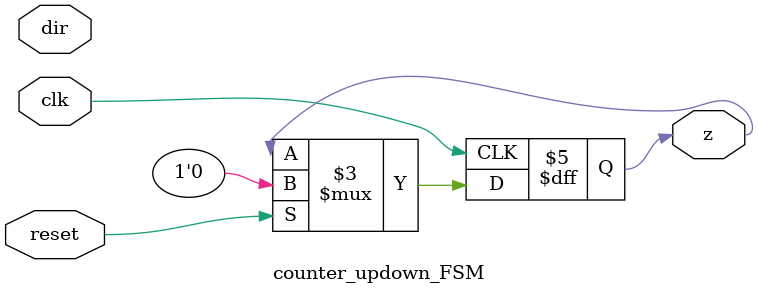
<source format=v>
`timescale 1ns / 1ps


module counter_updown_FSM(clk,reset,dir,z);
    input wire clk,reset,dir;
    output reg z;
    
    always@(posedge clk)
    begin
        if(reset)
            z=2'b00;
    end
endmodule

</source>
